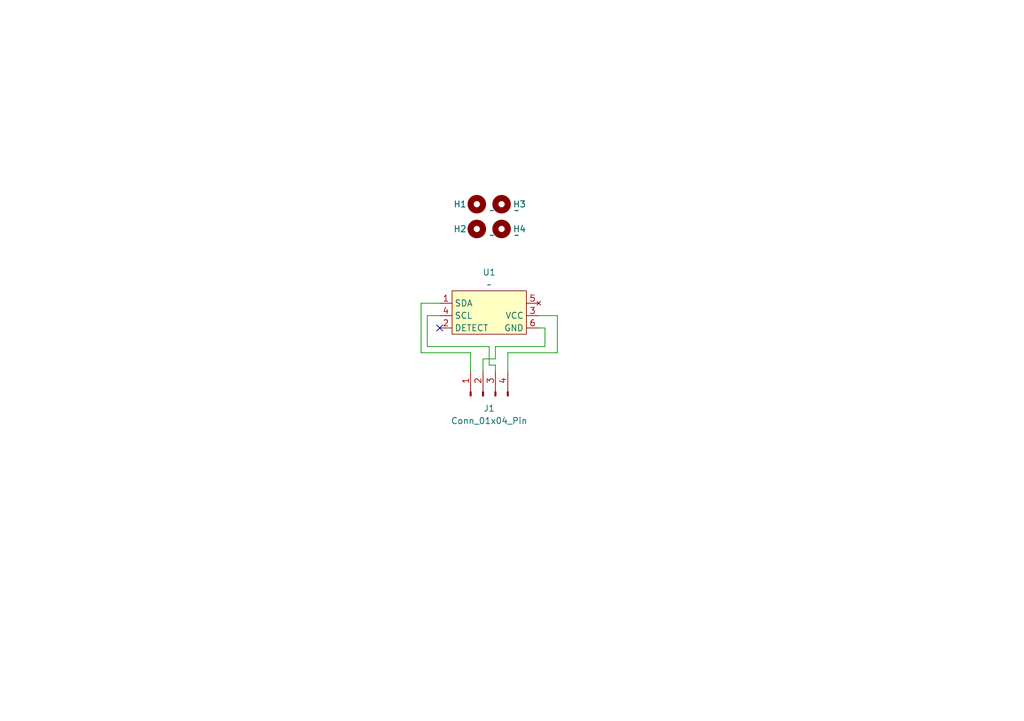
<source format=kicad_sch>
(kicad_sch (version 20231120) (generator "eeschema") (generator_version "8.0")
  (paper "A5")
  (title_block (date "2025-02-02") (rev "Will Numchuk"))
  (lib_symbols
    (symbol "Connector:Conn_01x04_Pin" (pin_names (offset 1.016) hide)
      (property "Reference" "J" (at 0 5.08 0))
      (property "Value" "Conn_01x04_Pin" (at 0 -7.62 0))
      (symbol "Conn_01x04_Pin_1_1"
        (polyline (pts (xy 1.27 -5.08) (xy 0.8636 -5.08)) (stroke (width 0.1524)))
        (polyline (pts (xy 1.27 -2.54) (xy 0.8636 -2.54)) (stroke (width 0.1524)))
        (polyline (pts (xy 1.27 0) (xy 0.8636 0)) (stroke (width 0.1524)))
        (polyline (pts (xy 1.27 2.54) (xy 0.8636 2.54)) (stroke (width 0.1524)))
        (rectangle (start 0.8636 -4.953) (end 0 -5.207) (stroke (width 0.1524)) (fill (type outline)))
        (rectangle (start 0.8636 -2.413) (end 0 -2.667) (stroke (width 0.1524)) (fill (type outline)))
        (rectangle (start 0.8636 0.127) (end 0 -0.127) (stroke (width 0.1524)) (fill (type outline)))
        (rectangle (start 0.8636 2.667) (end 0 2.413) (stroke (width 0.1524)) (fill (type outline)))
        (pin passive line (at 5.08 2.54 180) (length 3.81) (name "Pin_1") (number "1"))
        (pin passive line (at 5.08 0 180) (length 3.81) (name "Pin_2") (number "2"))
        (pin passive line (at 5.08 -2.54 180) (length 3.81) (name "Pin_3") (number "3"))
        (pin passive line (at 5.08 -5.08 180) (length 3.81) (name "Pin_4") (number "4"))
      )
    )
    (symbol "Mechanical:MountingHole" (pin_names (offset 1.016)) (exclude_from_sim yes) (in_bom no)
      (property "Reference" "H" (at 0 5.08 0))
      (property "Value" "MountingHole" (at 0 3.175 0))
      (symbol "MountingHole_0_1"
        (circle (center 0 0) (radius 1.27) (stroke (width 1.27)))
      )
    )
    (symbol "Wii:nunchuk"
      (property "Reference" "U" (at 0 4.064 0))
      (symbol "nunchuk_1_1"
        (rectangle (start -7.62 5.08) (end 7.62 -3.81) (fill (type background)))
        (pin bidirectional line (at -10.16 2.54 0) (length 2.54) (name "SDA") (number "1"))
        (pin output line (at -10.16 -2.54 0) (length 2.54) (name "DETECT") (number "2"))
        (pin power_in line (at 10.16 0 180) (length 2.54) (name "VCC") (number "3"))
        (pin input line (at -10.16 0 0) (length 2.54) (name "SCL") (number "4"))
        (pin no_connect line (at 10.16 2.54 180) (length 2.54) (name "") (number "5"))
        (pin output line (at 10.16 -2.54 180) (length 2.54) (name "GND") (number "6"))
      )
    )
  )
  (no_connect (at 90.17 67.31))
  (wire (pts (xy 101.6 71.12) (xy 101.6 73.66)))
  (wire (pts (xy 87.63 64.77) (xy 87.63 71.12)))
  (wire (pts (xy 86.36 72.39) (xy 96.52 72.39)))
  (wire (pts (xy 100.33 74.93) (xy 101.6 74.93)))
  (wire (pts (xy 111.76 71.12) (xy 101.6 71.12)))
  (wire (pts (xy 87.63 71.12) (xy 100.33 71.12)))
  (wire (pts (xy 101.6 74.93) (xy 101.6 76.2)))
  (wire (pts (xy 110.49 67.31) (xy 111.76 67.31)))
  (wire (pts (xy 101.6 73.66) (xy 99.06 73.66)))
  (wire (pts (xy 111.76 67.31) (xy 111.76 71.12)))
  (wire (pts (xy 99.06 73.66) (xy 99.06 76.2)))
  (wire (pts (xy 104.14 72.39) (xy 104.14 76.2)))
  (wire (pts (xy 96.52 72.39) (xy 96.52 76.2)))
  (wire (pts (xy 114.3 72.39) (xy 104.14 72.39)))
  (wire (pts (xy 90.17 64.77) (xy 87.63 64.77)))
  (wire (pts (xy 100.33 71.12) (xy 100.33 74.93)))
  (wire (pts (xy 114.3 64.77) (xy 114.3 72.39)))
  (wire (pts (xy 86.36 62.23) (xy 86.36 72.39)))
  (wire (pts (xy 110.49 64.77) (xy 114.3 64.77)))
  (wire (pts (xy 90.17 62.23) (xy 86.36 62.23)))
  (symbol (lib_id "Mechanical:MountingHole") (at 102.87 41.91 0) (unit 1) (exclude_from_sim yes) (in_bom no)
    (property "Reference" "H3" (at 105.156 41.91 0) (effects (justify left)))
    (property "Value" "~" (at 105.41 43.1799 0) (effects (justify left)))
    (property "Footprint" "MountingHole:MountingHole_2.2mm_M2" (effects (hide yes)))
    (property "Description" "Mounting Hole without connection" (effects (hide yes)))
  )
  (symbol (lib_id "Wii:nunchuk") (at 100.33 64.77 0) (unit 1)
    (property "Reference" "U1" (at 100.33 55.88 0))
    (property "Value" "~" (at 100.33 58.42 0))
    (property "Footprint" "Wii:nunchuk" (effects (hide yes)))
  )
  (symbol (lib_id "Mechanical:MountingHole") (at 102.87 46.99 0) (unit 1) (exclude_from_sim yes) (in_bom no)
    (property "Reference" "H4" (at 105.156 46.99 0) (effects (justify left)))
    (property "Value" "~" (at 105.41 48.2599 0) (effects (justify left)))
    (property "Footprint" "MountingHole:MountingHole_2.2mm_M2" (effects (hide yes)))
    (property "Description" "Mounting Hole without connection" (effects (hide yes)))
  )
  (symbol (lib_id "Mechanical:MountingHole") (at 97.79 46.99 0) (unit 1) (exclude_from_sim yes) (in_bom no)
    (property "Reference" "H2" (at 92.964 46.99 0) (effects (justify left)))
    (property "Value" "~" (at 100.33 48.2599 0) (effects (justify left)))
    (property "Footprint" "MountingHole:MountingHole_2.2mm_M2" (effects (hide yes)))
    (property "Description" "Mounting Hole without connection" (effects (hide yes)))
  )
  (symbol (lib_id "Connector:Conn_01x04_Pin") (at 99.06 81.28 90) (unit 1)
    (property "Reference" "J1" (at 100.33 83.82 90))
    (property "Value" "Conn_01x04_Pin" (at 100.33 86.36 90))
    (property "Footprint" "Connector_PinHeader_2.54mm:PinHeader_1x04_P2.54mm_Vertical" (effects (hide yes)))
    (property "Description" "Generic connector, single row, 01x04, script generated" (effects (hide yes)))
  )
  (symbol (lib_id "Mechanical:MountingHole") (at 97.79 41.91 0) (unit 1) (exclude_from_sim yes) (in_bom no)
    (property "Reference" "H1" (at 92.964 41.91 0) (effects (justify left)))
    (property "Value" "~" (at 100.33 43.1799 0) (effects (justify left)))
    (property "Footprint" "MountingHole:MountingHole_2.2mm_M2" (effects (hide yes)))
    (property "Description" "Mounting Hole without connection" (effects (hide yes)))
  )
)
</source>
